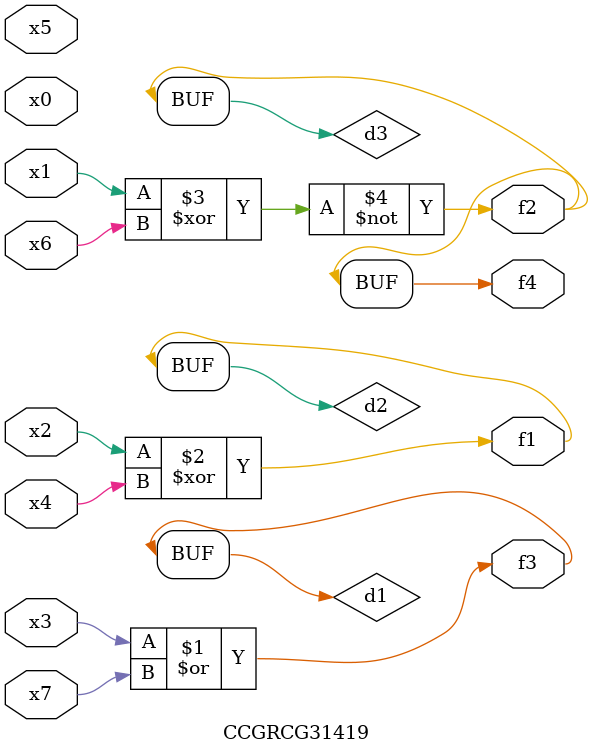
<source format=v>
module CCGRCG31419(
	input x0, x1, x2, x3, x4, x5, x6, x7,
	output f1, f2, f3, f4
);

	wire d1, d2, d3;

	or (d1, x3, x7);
	xor (d2, x2, x4);
	xnor (d3, x1, x6);
	assign f1 = d2;
	assign f2 = d3;
	assign f3 = d1;
	assign f4 = d3;
endmodule

</source>
